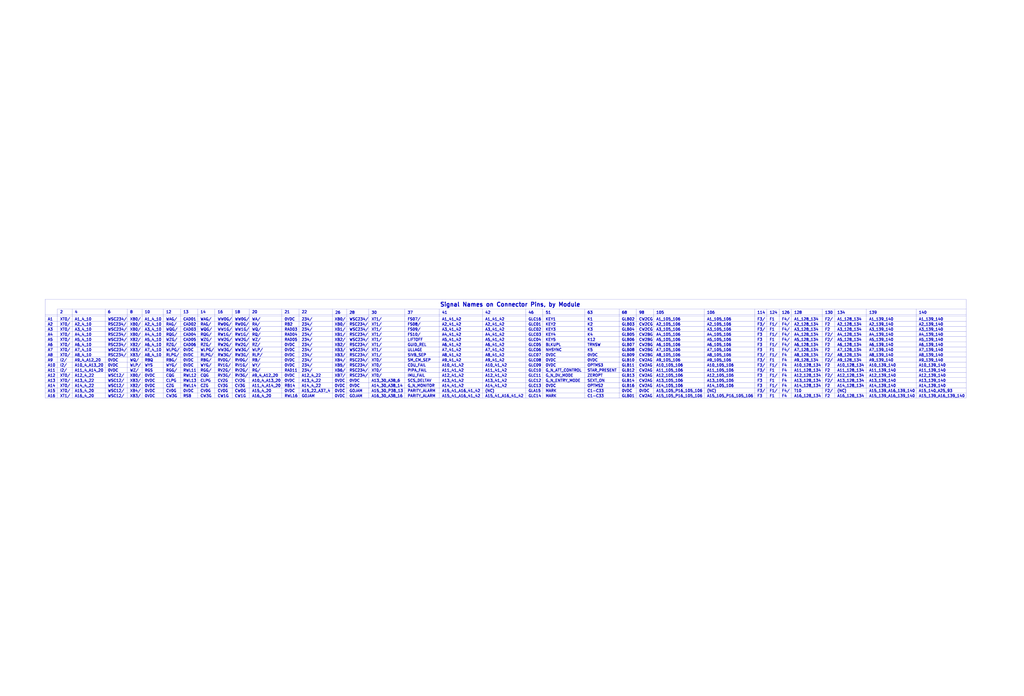
<source format=kicad_sch>
(kicad_sch (version 20211123) (generator eeschema)
  (paper "User" 1270 863.6)
  (title_block (title "BLOCK I LOGIC FLOW BIT, MODULES A1-A16, DRAWING 1006540") (date "2018-11-23") (rev "Draft") (comment 1 "Modules A1 A2 A3 A4 A5 A6 A7 A8 A9 A10 A11 A12 A13 A14 A15 A16"))
  (polyline (pts (xy 55.88 411.48) (xy 1198.245 411.48)) (stroke (width 0) (type solid)))
  (polyline (pts (xy 266.573 383.54) (xy 266.573 494.03)) (stroke (width 0) (type solid)))
  (polyline (pts (xy 789.178 383.54) (xy 789.178 494.03)) (stroke (width 0) (type solid)))
  (polyline (pts (xy 966.343 383.54) (xy 966.343 494.03)) (stroke (width 0) (type solid)))
  (polyline (pts (xy 55.88 424.18) (xy 1198.245 424.18)) (stroke (width 0) (type solid)))
  (polyline (pts (xy 598.424 383.54) (xy 598.424 494.03)) (stroke (width 0) (type solid)))
  (polyline (pts (xy 245.237 383.54) (xy 245.237 494.03)) (stroke (width 0) (type solid)))
  (polyline (pts (xy 55.88 443.23) (xy 1198.245 443.23)) (stroke (width 0) (type solid)))
  (polyline (pts (xy 544.83 383.54) (xy 544.83 494.03)) (stroke (width 0) (type solid)))
  (polyline (pts (xy 55.88 430.53) (xy 1198.245 430.53)) (stroke (width 0) (type solid)))
  (polyline (pts (xy 55.88 417.83) (xy 1198.245 417.83)) (stroke (width 0) (type solid)))
  (polyline (pts (xy 309.245 383.54) (xy 309.245 494.03)) (stroke (width 0) (type solid)))
  (polyline (pts (xy 176.149 383.54) (xy 176.149 494.03)) (stroke (width 0) (type solid)))
  (polyline (pts (xy 89.408 383.54) (xy 89.408 494.03)) (stroke (width 0) (type solid)))
  (polyline (pts (xy 55.88 474.98) (xy 1198.245 474.98)) (stroke (width 0) (type solid)))
  (polyline (pts (xy 55.88 487.68) (xy 1198.245 487.68)) (stroke (width 0) (type solid)))
  (polyline (pts (xy 1198.245 371.475) (xy 55.88 371.475)) (stroke (width 0) (type solid)))
  (polyline (pts (xy 370.84 383.54) (xy 370.84 494.03)) (stroke (width 0) (type solid)))
  (polyline (pts (xy 430.022 383.54) (xy 430.022 494.03)) (stroke (width 0) (type solid)))
  (polyline (pts (xy 1198.245 494.03) (xy 1198.245 371.475)) (stroke (width 0) (type solid)))
  (polyline (pts (xy 1136.269 383.54) (xy 1136.269 494.03)) (stroke (width 0) (type solid)))
  (polyline (pts (xy 55.88 392.43) (xy 1198.245 392.43)) (stroke (width 0) (type solid)))
  (polyline (pts (xy 55.88 481.33) (xy 1198.245 481.33)) (stroke (width 0) (type solid)))
  (polyline (pts (xy 502.158 383.54) (xy 502.158 494.03)) (stroke (width 0) (type solid)))
  (polyline (pts (xy 55.88 371.475) (xy 55.88 494.03)) (stroke (width 0) (type solid)))
  (polyline (pts (xy 935.863 383.54) (xy 935.863 494.03)) (stroke (width 0) (type solid)))
  (polyline (pts (xy 55.88 462.28) (xy 1198.245 462.28)) (stroke (width 0) (type solid)))
  (polyline (pts (xy 55.88 398.78) (xy 1198.245 398.78)) (stroke (width 0) (type solid)))
  (polyline (pts (xy 725.17 383.54) (xy 725.17 494.03)) (stroke (width 0) (type solid)))
  (polyline (pts (xy 71.12 383.54) (xy 1198.245 383.54)) (stroke (width 0) (type solid)))
  (polyline (pts (xy 767.842 383.54) (xy 767.842 494.03)) (stroke (width 0) (type solid)))
  (polyline (pts (xy 951.103 383.54) (xy 951.103 494.03)) (stroke (width 0) (type solid)))
  (polyline (pts (xy 55.88 494.03) (xy 1198.245 494.03)) (stroke (width 0) (type solid)))
  (polyline (pts (xy 223.901 383.54) (xy 223.901 494.03)) (stroke (width 0) (type solid)))
  (polyline (pts (xy 55.88 449.58) (xy 1198.245 449.58)) (stroke (width 0) (type solid)))
  (polyline (pts (xy 1074.547 383.54) (xy 1074.547 494.03)) (stroke (width 0) (type solid)))
  (polyline (pts (xy 55.88 390.525) (xy 1198.245 390.525)) (stroke (width 0) (type solid)))
  (polyline (pts (xy 287.909 383.54) (xy 287.909 494.03)) (stroke (width 0) (type solid)))
  (polyline (pts (xy 873.506 383.54) (xy 873.506 494.03)) (stroke (width 0) (type solid)))
  (polyline (pts (xy 55.88 468.63) (xy 1198.245 468.63)) (stroke (width 0) (type solid)))
  (polyline (pts (xy 55.88 455.93) (xy 1198.245 455.93)) (stroke (width 0) (type solid)))
  (polyline (pts (xy 157.861 383.54) (xy 157.861 494.03)) (stroke (width 0) (type solid)))
  (polyline (pts (xy 673.354 383.54) (xy 673.354 494.03)) (stroke (width 0) (type solid)))
  (polyline (pts (xy 1019.81 383.54) (xy 1019.81 494.03)) (stroke (width 0) (type solid)))
  (polyline (pts (xy 981.583 383.54) (xy 981.583 494.03)) (stroke (width 0) (type solid)))
  (polyline (pts (xy 71.12 383.54) (xy 71.12 494.03)) (stroke (width 0) (type solid)))
  (polyline (pts (xy 412.369 383.54) (xy 412.369 494.665)) (stroke (width 0) (type solid)))
  (polyline (pts (xy 1035.05 383.54) (xy 1035.05 494.03)) (stroke (width 0) (type solid)))
  (polyline (pts (xy 810.514 383.54) (xy 810.514 494.03)) (stroke (width 0) (type solid)))
  (polyline (pts (xy 130.429 383.54) (xy 130.429 494.03)) (stroke (width 0) (type solid)))
  (polyline (pts (xy 55.88 436.88) (xy 1198.245 436.88)) (stroke (width 0) (type solid)))
  (polyline (pts (xy 55.88 405.13) (xy 1198.245 405.13)) (stroke (width 0) (type solid)))
  (polyline (pts (xy 349.504 383.54) (xy 349.504 494.03)) (stroke (width 0) (type solid)))
  (polyline (pts (xy 202.565 383.54) (xy 202.565 494.03)) (stroke (width 0) (type solid)))
  (polyline (pts (xy 652.018 383.54) (xy 652.018 494.03)) (stroke (width 0) (type solid)))
  (polyline (pts (xy 457.454 383.54) (xy 457.454 494.03)) (stroke (width 0) (type solid)))
  (text "A6_128_134" (at 984.631 429.895 0) (effects (font (size 3.302 3.302) (thickness 0.6604) bold) (justify left bottom)))
  (text "CW2AG" (at 792.226 461.645 0) (effects (font (size 3.302 3.302) (thickness 0.6604) bold) (justify left bottom)))
  (text "XB0/" (at 414.782 404.495 0) (effects (font (size 3.302 3.302) (thickness 0.6604) bold) (justify left bottom)))
  (text "A14_30_A38_14" (at 460.502 480.695 0) (effects (font (size 3.302 3.302) (thickness 0.6604) bold) (justify left bottom)))
  (text "RSC234/" (at 433.07 455.295 0) (effects (font (size 3.302 3.302) (thickness 0.6604) bold) (justify left bottom)))
  (text "A7_105_106" (at 876.554 436.245 0) (effects (font (size 3.302 3.302) (thickness 0.6604) bold) (justify left bottom)))
  (text "XT0/" (at 74.168 429.895 0) (effects (font (size 3.302 3.302) (thickness 0.6604) bold) (justify left bottom)))
  (text "XT0/" (at 460.502 455.295 0) (effects (font (size 3.302 3.302) (thickness 0.6604) bold) (justify left bottom)))
  (text "CW1G" (at 290.957 493.395 0) (effects (font (size 3.302 3.302) (thickness 0.6604) bold) (justify left bottom)))
  (text "234/" (at 373.888 429.895 0) (effects (font (size 3.302 3.302) (thickness 0.6604) bold) (justify left bottom)))
  (text "GLB01" (at 770.89 493.395 0) (effects (font (size 3.302 3.302) (thickness 0.6604) bold) (justify left bottom)))
  (text "WSC12/" (at 133.477 493.395 0) (effects (font (size 3.302 3.302) (thickness 0.6604) bold) (justify left bottom)))
  (text "F2/" (at 1022.858 474.345 0) (effects (font (size 3.302 3.302) (thickness 0.6604) bold) (justify left bottom)))
  (text "GLC01" (at 655.066 404.495 0) (effects (font (size 3.302 3.302) (thickness 0.6604) bold) (justify left bottom)))
  (text "2" (at 74.168 389.255 0) (effects (font (size 3.302 3.302) (thickness 0.6604) bold) (justify left bottom)))
  (text "A7_41_42" (at 601.472 436.245 0) (effects (font (size 3.302 3.302) (thickness 0.6604) bold) (justify left bottom)))
  (text "RSC234/" (at 433.07 461.645 0) (effects (font (size 3.302 3.302) (thickness 0.6604) bold) (justify left bottom)))
  (text "A8_139_140" (at 1077.595 442.595 0) (effects (font (size 3.302 3.302) (thickness 0.6604) bold) (justify left bottom)))
  (text "F2" (at 1022.858 461.645 0) (effects (font (size 3.302 3.302) (thickness 0.6604) bold) (justify left bottom)))
  (text "0VDC" (at 352.552 398.145 0) (effects (font (size 3.302 3.302) (thickness 0.6604) bold) (justify left bottom)))
  (text "XT0/" (at 460.502 467.995 0) (effects (font (size 3.302 3.302) (thickness 0.6604) bold) (justify left bottom)))
  (text "WQG/" (at 205.613 410.845 0) (effects (font (size 3.302 3.302) (thickness 0.6604) bold) (justify left bottom)))
  (text "A13_30_A38_6" (at 460.502 474.345 0) (effects (font (size 3.302 3.302) (thickness 0.6604) bold) (justify left bottom)))
  (text "A12_105_106" (at 813.562 467.995 0) (effects (font (size 3.302 3.302) (thickness 0.6604) bold) (justify left bottom)))
  (text "A11_105_106" (at 813.562 461.645 0) (effects (font (size 3.302 3.302) (thickness 0.6604) bold) (justify left bottom)))
  (text "XB0/" (at 160.909 404.495 0) (effects (font (size 3.302 3.302) (thickness 0.6604) bold) (justify left bottom)))
  (text "A4_128_134" (at 984.631 417.195 0) (effects (font (size 3.302 3.302) (thickness 0.6604) bold) (justify left bottom)))
  (text "XT0/" (at 460.502 448.945 0) (effects (font (size 3.302 3.302) (thickness 0.6604) bold) (justify left bottom)))
  (text "CW2CG" (at 792.226 410.845 0) (effects (font (size 3.302 3.302) (thickness 0.6604) bold) (justify left bottom)))
  (text "FS08/" (at 505.206 404.495 0) (effects (font (size 3.302 3.302) (thickness 0.6604) bold) (justify left bottom)))
  (text "XB4/" (at 160.909 487.045 0) (effects (font (size 3.302 3.302) (thickness 0.6604) bold) (justify left bottom)))
  (text "GLC13" (at 655.066 480.695 0) (effects (font (size 3.302 3.302) (thickness 0.6604) bold) (justify left bottom)))
  (text "A11_139_140" (at 1077.595 461.645 0) (effects (font (size 3.302 3.302) (thickness 0.6604) bold) (justify left bottom)))
  (text "WA/" (at 312.293 398.145 0) (effects (font (size 3.302 3.302) (thickness 0.6604) bold) (justify left bottom)))
  (text "GOJAM" (at 433.07 493.395 0) (effects (font (size 3.302 3.302) (thickness 0.6604) bold) (justify left bottom)))
  (text "A6_128_134" (at 1038.098 429.895 0) (effects (font (size 3.302 3.302) (thickness 0.6604) bold) (justify left bottom)))
  (text "RLPG/" (at 205.613 442.595 0) (effects (font (size 3.302 3.302) (thickness 0.6604) bold) (justify left bottom)))
  (text "F3/" (at 938.911 404.495 0) (effects (font (size 3.302 3.302) (thickness 0.6604) bold) (justify left bottom)))
  (text "A7_128_134" (at 1038.098 436.245 0) (effects (font (size 3.302 3.302) (thickness 0.6604) bold) (justify left bottom)))
  (text "SIVB_SEP" (at 505.206 442.595 0) (effects (font (size 3.302 3.302) (thickness 0.6604) bold) (justify left bottom)))
  (text "WW0G/" (at 290.957 398.145 0) (effects (font (size 3.302 3.302) (thickness 0.6604) bold) (justify left bottom)))
  (text "A13_139_140" (at 1077.595 474.345 0) (effects (font (size 3.302 3.302) (thickness 0.6604) bold) (justify left bottom)))
  (text "0VDC" (at 179.197 487.045 0) (effects (font (size 3.302 3.302) (thickness 0.6604) bold) (justify left bottom)))
  (text "A12_105_106" (at 876.554 467.995 0) (effects (font (size 3.302 3.302) (thickness 0.6604) bold) (justify left bottom)))
  (text "RV1G/" (at 290.957 455.295 0) (effects (font (size 3.302 3.302) (thickness 0.6604) bold) (justify left bottom)))
  (text "46" (at 655.066 389.89 0) (effects (font (size 3.302 3.302) (thickness 0.6604) bold) (justify left bottom)))
  (text "XT0/" (at 74.168 436.245 0) (effects (font (size 3.302 3.302) (thickness 0.6604) bold) (justify left bottom)))
  (text "A5_128_134" (at 1038.098 423.545 0) (effects (font (size 3.302 3.302) (thickness 0.6604) bold) (justify left bottom)))
  (text "A15_105_P16_105_106" (at 813.562 487.045 0) (effects (font (size 3.302 3.302) (thickness 0.6604) bold) (justify left bottom)))
  (text "RSC234/" (at 433.07 442.595 0) (effects (font (size 3.302 3.302) (thickness 0.6604) bold) (justify left bottom)))
  (text "RQ/" (at 312.293 417.195 0) (effects (font (size 3.302 3.302) (thickness 0.6604) bold) (justify left bottom)))
  (text "XT0/" (at 74.168 423.545 0) (effects (font (size 3.302 3.302) (thickness 0.6604) bold) (justify left bottom)))
  (text "RWL11" (at 226.949 461.645 0) (effects (font (size 3.302 3.302) (thickness 0.6604) bold) (justify left bottom)))
  (text "WW1G/" (at 269.621 410.845 0) (effects (font (size 3.302 3.302) (thickness 0.6604) bold) (justify left bottom)))
  (text "F4/" (at 969.391 487.045 0) (effects (font (size 3.302 3.302) (thickness 0.6604) bold) (justify left bottom)))
  (text "F4" (at 969.391 474.345 0) (effects (font (size 3.302 3.302) (thickness 0.6604) bold) (justify left bottom)))
  (text "F3" (at 938.911 423.545 0) (effects (font (size 3.302 3.302) (thickness 0.6604) bold) (justify left bottom)))
  (text "XB6/" (at 414.782 461.645 0) (effects (font (size 3.302 3.302) (thickness 0.6604) bold) (justify left bottom)))
  (text "GLC14" (at 655.066 493.395 0) (effects (font (size 3.302 3.302) (thickness 0.6604) bold) (justify left bottom)))
  (text "RZ/" (at 312.293 429.895 0) (effects (font (size 3.302 3.302) (thickness 0.6604) bold) (justify left bottom)))
  (text "CW2CG" (at 792.226 404.495 0) (effects (font (size 3.302 3.302) (thickness 0.6604) bold) (justify left bottom)))
  (text "RB14" (at 352.552 480.695 0) (effects (font (size 3.302 3.302) (thickness 0.6604) bold) (justify left bottom)))
  (text "234/" (at 373.888 461.645 0) (effects (font (size 3.302 3.302) (thickness 0.6604) bold) (justify left bottom)))
  (text "0VDC" (at 414.782 480.695 0) (effects (font (size 3.302 3.302) (thickness 0.6604) bold) (justify left bottom)))
  (text "RSC234/" (at 433.07 417.195 0) (effects (font (size 3.302 3.302) (thickness 0.6604) bold) (justify left bottom)))
  (text "0VDC" (at 728.218 448.945 0) (effects (font (size 3.302 3.302) (thickness 0.6604) bold) (justify left bottom)))
  (text "0VDC" (at 352.552 455.295 0) (effects (font (size 3.302 3.302) (thickness 0.6604) bold) (justify left bottom)))
  (text "F1" (at 954.151 398.145 0) (effects (font (size 3.302 3.302) (thickness 0.6604) bold) (justify left bottom)))
  (text "XB1/" (at 414.782 410.845 0) (effects (font (size 3.302 3.302) (thickness 0.6604) bold) (justify left bottom)))
  (text "234/" (at 373.888 436.245 0) (effects (font (size 3.302 3.302) (thickness 0.6604) bold) (justify left bottom)))
  (text "A10_128_134" (at 984.631 455.295 0) (effects (font (size 3.302 3.302) (thickness 0.6604) bold) (justify left bottom)))
  (text "RW3G/" (at 290.957 442.595 0) (effects (font (size 3.302 3.302) (thickness 0.6604) bold) (justify left bottom)))
  (text "RV3G/" (at 269.621 467.995 0) (effects (font (size 3.302 3.302) (thickness 0.6604) bold) (justify left bottom)))
  (text "A12_41_42" (at 547.878 467.995 0) (effects (font (size 3.302 3.302) (thickness 0.6604) bold) (justify left bottom)))
  (text "A16_4_20" (at 312.293 493.395 0) (effects (font (size 3.302 3.302) (thickness 0.6604) bold) (justify left bottom)))
  (text "RSC234/" (at 133.477 442.595 0) (effects (font (size 3.302 3.302) (thickness 0.6604) bold) (justify left bottom)))
  (text "CW2CG" (at 792.226 398.145 0) (effects (font (size 3.302 3.302) (thickness 0.6604) bold) (justify left bottom)))
  (text "F2/" (at 1022.858 487.045 0) (effects (font (size 3.302 3.302) (thickness 0.6604) bold) (justify left bottom)))
  (text "XB2/" (at 414.782 423.545 0) (effects (font (size 3.302 3.302) (thickness 0.6604) bold) (justify left bottom)))
  (text "MARK" (at 676.402 493.395 0) (effects (font (size 3.302 3.302) (thickness 0.6604) bold) (justify left bottom)))
  (text "A3_139_140" (at 1139.317 410.845 0) (effects (font (size 3.302 3.302) (thickness 0.6604) bold) (justify left bottom)))
  (text "WLPG/" (at 205.613 436.245 0) (effects (font (size 3.302 3.302) (thickness 0.6604) bold) (justify left bottom)))
  (text "A1_41_42" (at 547.878 398.145 0) (effects (font (size 3.302 3.302) (thickness 0.6604) bold) (justify left bottom)))
  (text "CDU_FAIL" (at 505.206 455.295 0) (effects (font (size 3.302 3.302) (thickness 0.6604) bold) (justify left bottom)))
  (text "0VDC" (at 226.949 442.595 0) (effects (font (size 3.302 3.302) (thickness 0.6604) bold) (justify left bottom)))
  (text "WLP/" (at 312.293 436.245 0) (effects (font (size 3.302 3.302) (thickness 0.6604) bold) (justify left bottom)))
  (text "CAD04" (at 226.949 417.195 0) (effects (font (size 3.302 3.302) (thickness 0.6604) bold) (justify left bottom)))
  (text "A10_139_140" (at 1139.317 455.295 0) (effects (font (size 3.302 3.302) (thickness 0.6604) bold) (justify left bottom)))
  (text "K5" (at 728.218 436.245 0) (effects (font (size 3.302 3.302) (thickness 0.6604) bold) (justify left bottom)))
  (text "K4" (at 728.218 417.195 0) (effects (font (size 3.302 3.302) (thickness 0.6604) bold) (justify left bottom)))
  (text "A15_105_P16_105_106" (at 876.554 493.395 0) (effects (font (size 3.302 3.302) (thickness 0.6604) bold) (justify left bottom)))
  (text "CAD03" (at 226.949 410.845 0) (effects (font (size 3.302 3.302) (thickness 0.6604) bold) (justify left bottom)))
  (text "F2" (at 1022.858 480.695 0) (effects (font (size 3.302 3.302) (thickness 0.6604) bold) (justify left bottom)))
  (text "XT0/" (at 74.168 410.845 0) (effects (font (size 3.302 3.302) (thickness 0.6604) bold) (justify left bottom)))
  (text "SEXT_ON" (at 728.218 474.345 0) (effects (font (size 3.302 3.302) (thickness 0.6604) bold) (justify left bottom)))
  (text "F2" (at 1022.858 455.295 0) (effects (font (size 3.302 3.302) (thickness 0.6604) bold) (justify left bottom)))
  (text "GLB08" (at 770.89 436.245 0) (effects (font (size 3.302 3.302) (thickness 0.6604) bold) (justify left bottom)))
  (text "A1_128_134" (at 1038.098 398.145 0) (effects (font (size 3.302 3.302) (thickness 0.6604) bold) (justify left bottom)))
  (text "KEY3" (at 676.402 410.845 0) (effects (font (size 3.302 3.302) (thickness 0.6604) bold) (justify left bottom)))
  (text "MARK" (at 676.402 487.045 0) (effects (font (size 3.302 3.302) (thickness 0.6604) bold) (justify left bottom)))
  (text "234/" (at 373.888 423.545 0) (effects (font (size 3.302 3.302) (thickness 0.6604) bold) (justify left bottom)))
  (text "234/" (at 373.888 410.845 0) (effects (font (size 3.302 3.302) (thickness 0.6604) bold) (justify left bottom)))
  (text "KEY1" (at 676.402 398.145 0) (effects (font (size 3.302 3.302) (thickness 0.6604) bold) (justify left bottom)))
  (text "A12_128_134" (at 984.631 467.995 0) (effects (font (size 3.302 3.302) (thickness 0.6604) bold) (justify left bottom)))
  (text "CV3G" (at 290.957 480.695 0) (effects (font (size 3.302 3.302) (thickness 0.6604) bold) (justify left bottom)))
  (text "63" (at 728.218 389.89 0) (effects (font (size 3.302 3.302) (thickness 0.6604) bold) (justify left bottom)))
  (text "0VDC" (at 414.782 487.045 0) (effects (font (size 3.302 3.302) (thickness 0.6604) bold) (justify left bottom)))
  (text "68" (at 770.89 389.89 0) (effects (font (size 3.302 3.302) (thickness 0.6604) bold) (justify left bottom)))
  (text "A5_128_134" (at 984.631 423.545 0) (effects (font (size 3.302 3.302) (thickness 0.6604) bold) (justify left bottom)))
  (text "A15_139_A16_139_140" (at 1077.595 487.045 0) (effects (font (size 3.302 3.302) (thickness 0.6604) bold) (justify left bottom)))
  (text "A3_139_140" (at 1077.595 410.845 0) (effects (font (size 3.302 3.302) (thickness 0.6604) bold) (justify left bottom)))
  (text "A15_41_A16_41_42" (at 547.878 487.045 0) (effects (font (size 3.302 3.302) (thickness 0.6604) bold) (justify left bottom)))
  (text "F3" (at 938.911 480.695 0) (effects (font (size 3.302 3.302) (thickness 0.6604) bold) (justify left bottom)))
  (text "K1" (at 728.218 398.145 0) (effects (font (size 3.302 3.302) (thickness 0.6604) bold) (justify left bottom)))
  (text "A9_128_134" (at 1038.098 448.945 0) (effects (font (size 3.302 3.302) (thickness 0.6604) bold) (justify left bottom)))
  (text "XT0/" (at 74.168 398.145 0) (effects (font (size 3.302 3.302) (thickness 0.6604) bold) (justify left bottom)))
  (text "A9_139_140" (at 1077.595 448.945 0) (effects (font (size 3.302 3.302) (thickness 0.6604) bold) (justify left bottom)))
  (text "F2/" (at 1022.858 423.545 0) (effects (font (size 3.302 3.302) (thickness 0.6604) bold) (justify left bottom)))
  (text "A2_105_106" (at 813.562 404.495 0) (effects (font (size 3.302 3.302) (thickness 0.6604) bold) (justify left bottom)))
  (text "GLB12" (at 770.89 461.645 0) (effects (font (size 3.302 3.302) (thickness 0.6604) bold) (justify left bottom)))
  (text "F1" (at 954.151 474.345 0) (effects (font (size 3.302 3.302) (thickness 0.6604) bold) (justify left bottom)))
  (text "0VDC" (at 352.552 474.345 0) (effects (font (size 3.302 3.302) (thickness 0.6604) bold) (justify left bottom)))
  (text "WY/" (at 312.293 455.295 0) (effects (font (size 3.302 3.302) (thickness 0.6604) bold) (justify left bottom)))
  (text "A11_128_134" (at 984.631 461.645 0) (effects (font (size 3.302 3.302) (thickness 0.6604) bold) (justify left bottom)))
  (text "F4/" (at 969.391 429.895 0) (effects (font (size 3.302 3.302) (thickness 0.6604) bold) (justify left bottom)))
  (text "A9_139_140" (at 1139.317 448.945 0) (effects (font (size 3.302 3.302) (thickness 0.6604) bold) (justify left bottom)))
  (text "FS07/" (at 505.206 398.145 0) (effects (font (size 3.302 3.302) (thickness 0.6604) bold) (justify left bottom)))
  (text "F3" (at 938.911 467.995 0) (effects (font (size 3.302 3.302) (thickness 0.6604) bold) (justify left bottom)))
  (text "A1_139_140" (at 1077.595 398.145 0) (effects (font (size 3.302 3.302) (thickness 0.6604) bold) (justify left bottom)))
  (text "A15_41_A16_41_42" (at 601.472 493.395 0) (effects (font (size 3.302 3.302) (thickness 0.6604) bold) (justify left bottom)))
  (text "RB/" (at 312.293 448.945 0) (effects (font (size 3.302 3.302) (thickness 0.6604) bold) (justify left bottom)))
  (text "WW2G/" (at 269.621 423.545 0) (effects (font (size 3.302 3.302) (thickness 0.6604) bold) (justify left bottom)))
  (text "A5_139_140" (at 1139.317 423.545 0) (effects (font (size 3.302 3.302) (thickness 0.6604) bold) (justify left bottom)))
  (text "28" (at 433.07 389.89 0) (effects (font (size 3.302 3.302) (thickness 0.6604) bold) (justify left bottom)))
  (text "RV3G/" (at 290.957 467.995 0) (effects (font (size 3.302 3.302) (thickness 0.6604) bold) (justify left bottom)))
  (text "RW3G/" (at 269.621 442.595 0) (effects (font (size 3.302 3.302) (thickness 0.6604) bold) (justify left bottom)))
  (text "A10_105_106" (at 876.554 455.295 0) (effects (font (size 3.302 3.302) (thickness 0.6604) bold) (justify left bottom)))
  (text "F4" (at 969.391 461.645 0) (effects (font (size 3.302 3.302) (thickness 0.6604) bold) (justify left bottom)))
  (text "RLPG/" (at 248.285 442.595 0) (effects (font (size 3.302 3.302) (thickness 0.6604) bold) (justify left bottom)))
  (text "XB2/" (at 414.782 429.895 0) (effects (font (size 3.302 3.302) (thickness 0.6604) bold) (justify left bottom)))
  (text "A6_41_42" (at 601.472 429.895 0) (effects (font (size 3.302 3.302) (thickness 0.6604) bold) (justify left bottom)))
  (text "F4/" (at 969.391 410.845 0) (effects (font (size 3.302 3.302) (thickness 0.6604) bold) (justify left bottom)))
  (text "RB2" (at 352.552 404.495 0) (effects (font (size 3.302 3.302) (thickness 0.6604) bold) (justify left bottom)))
  (text "F3/" (at 938.911 398.145 0) (effects (font (size 3.302 3.302) (thickness 0.6604) bold) (justify left bottom)))
  (text "0VDC" (at 226.949 487.045 0) (effects (font (size 3.302 3.302) (thickness 0.6604) bold) (justify left bottom)))
  (text "WSC12/" (at 133.477 480.695 0) (effects (font (size 3.302 3.302) (thickness 0.6604) bold) (justify left bottom)))
  (text "A15_4_20" (at 312.293 487.045 0) (effects (font (size 3.302 3.302) (thickness 0.6604) bold) (justify left bottom)))
  (text "26" (at 415.417 389.89 0) (effects (font (size 3.302 3.302) (thickness 0.6604) bold) (justify left bottom)))
  (text "F3" (at 938.911 493.395 0) (effects (font (size 3.302 3.302) (thickness 0.6604) bold) (justify left bottom)))
  (text "XB3/" (at 160.909 436.245 0) (effects (font (size 3.302 3.302) (thickness 0.6604) bold) (justify left bottom)))
  (text "30" (at 460.502 389.89 0) (effects (font (size 3.302 3.302) (thickness 0.6604) bold) (justify left bottom)))
  (text "XB1/" (at 414.782 417.195 0) (effects (font (size 3.302 3.302) (thickness 0.6604) bold) (justify left bottom)))
  (text "RA/" (at 312.293 404.495 0) (effects (font (size 3.302 3.302) (thickness 0.6604) bold) (justify left bottom)))
  (text "A9_105_106" (at 813.562 448.945 0) (effects (font (size 3.302 3.302) (thickness 0.6604) bold) (justify left bottom)))
  (text "GLB05" (at 770.89 417.195 0) (effects (font (size 3.302 3.302) (thickness 0.6604) bold) (justify left bottom)))
  (text "A5_41_42" (at 547.878 423.545 0) (effects (font (size 3.302 3.302) (thickness 0.6604) bold) (justify left bottom)))
  (text "12" (at 205.613 389.255 0) (effects (font (size 3.302 3.302) (thickness 0.6604) bold) (justify left bottom)))
  (text "A12_4_22" (at 92.456 467.995 0) (effects (font (size 3.302 3.302) (thickness 0.6604) bold) (justify left bottom)))
  (text "WQ/" (at 312.293 410.845 0) (effects (font (size 3.302 3.302) (thickness 0.6604) bold) (justify left bottom)))
  (text "128" (at 984.631 389.89 0) (effects (font (size 3.302 3.302) (thickness 0.6604) bold) (justify left bottom)))
  (text "CW2AG" (at 792.226 474.345 0) (effects (font (size 3.302 3.302) (thickness 0.6604) bold) (justify left bottom)))
  (text "CAD01" (at 226.949 398.145 0) (effects (font (size 3.302 3.302) (thickness 0.6604) bold) (justify left bottom)))
  (text "WSC12/" (at 133.477 487.045 0) (effects (font (size 3.302 3.302) (thickness 0.6604) bold) (justify left bottom)))
  (text "A13_128_134" (at 984.631 474.345 0) (effects (font (size 3.302 3.302) (thickness 0.6604) bold) (justify left bottom)))
  (text "WW2G/" (at 290.957 423.545 0) (effects (font (size 3.302 3.302) (thickness 0.6604) bold) (justify left bottom)))
  (text "GLC08" (at 655.066 448.945 0) (effects (font (size 3.302 3.302) (thickness 0.6604) bold) (justify left bottom)))
  (text "A7_4_10" (at 179.197 436.245 0) (effects (font (size 3.302 3.302) (thickness 0.6604) bold) (justify left bottom)))
  (text "A11_41_42" (at 601.472 461.645 0) (effects (font (size 3.302 3.302) (thickness 0.6604) bold) (justify left bottom)))
  (text "A4_139_140" (at 1139.317 417.195 0) (effects (font (size 3.302 3.302) (thickness 0.6604) bold) (justify left bottom)))
  (text "(NC)" (at 876.554 487.045 0) (effects (font (size 3.302 3.302) (thickness 0.6604) bold) (justify left bottom)))
  (text "XT1/" (at 74.168 493.395 0) (effects (font (size 3.302 3.302) (thickness 0.6604) bold) (justify left bottom)))
  (text "A14_41_42" (at 547.878 480.695 0) (effects (font (size 3.302 3.302) (thickness 0.6604) bold) (justify left bottom)))
  (text "F1/" (at 954.151 404.495 0) (effects (font (size 3.302 3.302) (thickness 0.6604) bold) (justify left bottom)))
  (text "51" (at 676.402 389.89 0) (effects (font (size 3.302 3.302) (thickness 0.6604) bold) (justify left bottom)))
  (text "F4/" (at 969.391 436.245 0) (effects (font (size 3.302 3.302) (thickness 0.6604) bold) (justify left bottom)))
  (text "A10_4_A13_20" (at 312.293 474.345 0) (effects (font (size 3.302 3.302) (thickness 0.6604) bold) (justify left bottom)))
  (text "0VDC" (at 226.949 455.295 0) (effects (font (size 3.302 3.302) (thickness 0.6604) bold) (justify left bottom)))
  (text "RAD03" (at 352.552 410.845 0) (effects (font (size 3.302 3.302) (thickness 0.6604) bold) (justify left bottom)))
  (text "RAD11" (at 352.552 461.645 0) (effects (font (size 3.302 3.302) (thickness 0.6604) bold) (justify left bottom)))
  (text "XB0/" (at 160.909 467.995 0) (effects (font (size 3.302 3.302) (thickness 0.6604) bold) (justify left bottom)))
  (text "CAD06" (at 226.949 429.895 0) (effects (font (size 3.302 3.302) (thickness 0.6604) bold) (justify left bottom)))
  (text "K2" (at 728.218 404.495 0) (effects (font (size 3.302 3.302) (thickness 0.6604) bold) (justify left bottom)))
  (text "GLC04" (at 655.066 423.545 0) (effects (font (size 3.302 3.302) (thickness 0.6604) bold) (justify left bottom)))
  (text "F4/" (at 969.391 423.545 0) (effects (font (size 3.302 3.302) (thickness 0.6604) bold) (justify left bottom)))
  (text "RSB" (at 226.949 493.395 0) (effects (font (size 3.302 3.302) (thickness 0.6604) bold) (justify left bottom)))
  (text "NHSYNC" (at 676.402 436.245 0) (effects (font (size 3.302 3.302) (thickness 0.6604) bold) (justify left bottom)))
  (text "(NC)" (at 1038.098 487.045 0) (effects (font (size 3.302 3.302) (thickness 0.6604) bold) (justify left bottom)))
  (text "A16_4_20" (at 92.456 493.395 0) (effects (font (size 3.302 3.302) (thickness 0.6604) bold) (justify left bottom)))
  (text "A13_41_42" (at 547.878 474.345 0) (effects (font (size 3.302 3.302) (thickness 0.6604) bold) (justify left bottom)))
  (text "A14_105_106" (at 813.562 480.695 0) (effects (font (size 3.302 3.302) (thickness 0.6604) bold) (justify left bottom)))
  (text "A7_128_134" (at 984.631 436.245 0) (effects (font (size 3.302 3.302) (thickness 0.6604) bold) (justify left bottom)))
  (text "A10_4_A13_20" (at 92.456 455.295 0) (effects (font (size 3.302 3.302) (thickness 0.6604) bold) (justify left bottom)))
  (text "126" (at 969.391 389.89 0) (effects (font (size 3.302 3.302) (thickness 0.6604) bold) (justify left bottom)))
  (text "FS10/" (at 505.206 417.195 0) (effects (font (size 3.302 3.302) (thickness 0.6604) bold) (justify left bottom)))
  (text "F1" (at 954.151 423.545 0) (effects (font (size 3.302 3.302) (thickness 0.6604) bold) (justify left bottom)))
  (text "(NC)" (at 601.472 487.045 0) (effects (font (size 3.302 3.302) (thickness 0.6604) bold) (justify left bottom)))
  (text "A5_4_10" (at 92.456 423.545 0) (effects (font (size 3.302 3.302) (thickness 0.6604) bold) (justify left bottom)))
  (text "WW1G/" (at 290.957 410.845 0) (effects (font (size 3.302 3.302) (thickness 0.6604) bold) (justify left bottom)))
  (text "A2_128_134" (at 1038.098 404.495 0) (effects (font (size 3.302 3.302) (thickness 0.6604) bold) (justify left bottom)))
  (text "F1/" (at 954.151 455.295 0) (effects (font (size 3.302 3.302) (thickness 0.6604) bold) (justify left bottom)))
  (text "F3" (at 938.911 474.345 0) (effects (font (size 3.302 3.302) (thickness 0.6604) bold) (justify left bottom)))
  (text "A2" (at 58.928 404.495 0) (effects (font (size 3.302 3.302) (thickness 0.6604) bold) (justify left bottom)))
  (text "GLC16" (at 655.066 398.145 0) (effects (font (size 3.302 3.302) (thickness 0.6604) bold) (justify left bottom)))
  (text "A11_4_A14_20" (at 92.456 461.645 0) (effects (font (size 3.302 3.302) (thickness 0.6604) bold) (justify left bottom)))
  (text "A13_139_140" (at 1139.317 474.345 0) (effects (font (size 3.302 3.302) (thickness 0.6604) bold) (justify left bottom)))
  (text "A14_128_134" (at 984.631 480.695 0) (effects (font (size 3.302 3.302) (thickness 0.6604) bold) (justify left bottom)))
  (text "GLB06" (at 770.89 423.545 0) (effects (font (size 3.302 3.302) (thickness 0.6604) bold) (justify left bottom)))
  (text "0VDC" (at 433.07 480.695 0) (effects (font (size 3.302 3.302) (thickness 0.6604) bold) (justify left bottom)))
  (text "WSC12/" (at 133.477 474.345 0) (effects (font (size 3.302 3.302) (thickness 0.6604) bold) (justify left bottom)))
  (text "0VDC" (at 352.552 429.895 0) (effects (font (size 3.302 3.302) (thickness 0.6604) bold) (justify left bottom)))
  (text "T10" (at 984.631 487.045 0) (effects (font (size 3.302 3.302) (thickness 0.6604) bold) (justify left bottom)))
  (text "21" (at 352.552 389.255 0) (effects (font (size 3.302 3.302) (thickness 0.6604) bold) (justify left bottom)))
  (text "G_N_DV_MODE" (at 676.402 467.995 0) (effects (font (size 3.302 3.302) (thickness 0.6604) bold) (justify left bottom)))
  (text "A3_128_134" (at 984.631 410.845 0) (effects (font (size 3.302 3.302) (thickness 0.6604) bold) (justify left bottom)))
  (text "WSC234/" (at 433.07 398.145 0) (effects (font (size 3.302 3.302) (thickness 0.6604) bold) (justify left bottom)))
  (text "A7_41_42" (at 547.878 436.245 0) (effects (font (size 3.302 3.302) (thickness 0.6604) bold) (justify left bottom)))
  (text "A14_139_140" (at 1139.317 480.695 0) (effects (font (size 3.302 3.302) (thickness 0.6604) bold) (justify left bottom)))
  (text "F1" (at 954.151 461.645 0) (effects (font (size 3.302 3.302) (thickness 0.6604) bold) (justify left bottom)))
  (text "A1_128_134" (at 984.631 398.145 0) (effects (font (size 3.302 3.302) (thickness 0.6604) bold) (justify left bottom)))
  (text "234/" (at 373.888 455.295 0) (effects (font (size 3.302 3.302) (thickness 0.6604) bold) (justify left bottom)))
  (text "F1/" (at 954.151 442.595 0) (effects (font (size 3.302 3.302) (thickness 0.6604) bold) (justify left bottom)))
  (text "G_N_ENTRY_MODE" (at 676.402 474.345 0) (effects (font (size 3.302 3.302) (thickness 0.6604) bold) (justify left bottom)))
  (text "Signal Names on Connector Pins, by Module" (at 720.09 381 180) (effects (font (size 5.08 5.08) (thickness 1.016) bold) (justify right bottom)))
  (text "A2_41_42" (at 601.472 404.495 0) (effects (font (size 3.302 3.302) (thickness 0.6604) bold) (justify left bottom)))
  (text "A1_105_106" (at 813.562 398.145 0) (effects (font (size 3.302 3.302) (thickness 0.6604) bold) (justify left bottom)))
  (text "0VDC" (at 676.402 448.945 0) (effects (font (size 3.302 3.302) (thickness 0.6604) bold) (justify left bottom)))
  (text "F2/" (at 1022.858 448.945 0) (effects (font (size 3.302 3.302) (thickness 0.6604) bold) (justify left bottom)))
  (text "A14_4_22" (at 373.888 480.695 0) (effects (font (size 3.302 3.302) (thickness 0.6604) bold) (justify left bottom)))
  (text "0VDC" (at 770.89 487.045 0) (effects (font (size 3.302 3.302) (thickness 0.6604) bold) (justify left bottom)))
  (text "WAG/" (at 205.613 398.145 0) (effects (font (size 3.302 3.302) (thickness 0.6604) bold) (justify left bottom)))
  (text "4" (at 92.456 389.255 0) (effects (font (size 3.302 3.302) (thickness 0.6604) bold) (justify left bottom)))
  (text "CV3G" (at 269.621 480.695 0) (effects (font (size 3.302 3.302) (thickness 0.6604) bold) (justify left bottom)))
  (text "WYG/" (at 248.285 455.295 0) (effects (font (size 3.302 3.302) (thickness 0.6604) bold) (justify left bottom)))
  (text "0VDC" (at 414.782 493.395 0) (effects (font (size 3.302 3.302) (thickness 0.6604) bold) (justify left bottom)))
  (text "WLP/" (at 160.909 455.295 0) (effects (font (size 3.302 3.302) (thickness 0.6604) bold) (justify left bottom)))
  (text "A6_105_106" (at 876.554 429.895 0) (effects (font (size 3.302 3.302) (thickness 0.6604) bold) (justify left bottom)))
  (text "CAD02" (at 226.949 404.495 0) (effects (font (size 3.302 3.302) (thickness 0.6604) bold) (justify left bottom)))
  (text "A5_41_42" (at 601.472 423.545 0) (effects (font (size 3.302 3.302) (thickness 0.6604) bold) (justify left bottom)))
  (text "A4_41_42" (at 547.878 417.195 0) (effects (font (size 3.302 3.302) (thickness 0.6604) bold) (justify left bottom)))
  (text "0VDC" (at 352.552 467.995 0) (effects (font (size 3.302 3.302) (thickness 0.6604) bold) (justify left bottom)))
  (text "A8_128_134" (at 1038.098 442.595 0) (effects (font (size 3.302 3.302) (thickness 0.6604) bold) (justify left bottom)))
  (text "RSC234/" (at 433.07 429.895 0) (effects (font (size 3.302 3.302) (thickness 0.6604) bold) (justify left bottom)))
  (text "A10_41_42" (at 601.472 455.295 0) (effects (font (size 3.302 3.302) (thickness 0.6604) bold) (justify left bottom)))
  (text "0VDC" (at 179.197 474.345 0) (effects (font (size 3.302 3.302) (thickness 0.6604) bold) (justify left bottom)))
  (text "GLB03" (at 770.89 404.495 0) (effects (font (size 3.302 3.302) (thickness 0.6604) bold) (justify left bottom)))
  (text "XB3/" (at 160.909 442.595 0) (effects (font (size 3.302 3.302) (thickness 0.6604) bold) (justify left bottom)))
  (text "124" (at 954.151 389.89 0) (effects (font (size 3.302 3.302) (thickness 0.6604) bold) (justify left bottom)))
  (text "GLB09" (at 770.89 442.595 0) (effects (font (size 3.302 3.302) (thickness 0.6604) bold) (justify left bottom)))
  (text "XB3/" (at 160.909 493.395 0) (effects (font (size 3.302 3.302) (thickness 0.6604) bold) (justify left bottom)))
  (text "G_N_MONITOR" (at 505.206 480.695 0) (effects (font (size 3.302 3.302) (thickness 0.6604) bold) (justify left bottom)))
  (text "RAG/" (at 205.613 404.495 0) (effects (font (size 3.302 3.302) (thickness 0.6604) bold) (justify left bottom)))
  (text "RSC234/" (at 433.07 404.495 0) (effects (font (size 3.302 3.302) (thickness 0.6604) bold) (justify left bottom)))
  (text "A3_4_10" (at 179.197 410.845 0) (effects (font (size 3.302 3.302) (thickness 0.6604) bold) (justify left bottom)))
  (text "KEY5" (at 676.402 423.545 0) (effects (font (size 3.302 3.302) (thickness 0.6604) bold) (justify left bottom)))
  (text "0VDC" (at 226.949 436.245 0) (effects (font (size 3.302 3.302) (thickness 0.6604) bold) (justify left bottom)))
  (text "F2/" (at 1022.858 398.145 0) (effects (font (size 3.302 3.302) (thickness 0.6604) bold) (justify left bottom)))
  (text "GOJAM" (at 373.888 493.395 0) (effects (font (size 3.302 3.302) (thickness 0.6604) bold) (justify left bottom)))
  (text "F1/" (at 954.151 480.695 0) (effects (font (size 3.302 3.302) (thickness 0.6604) bold) (justify left bottom)))
  (text "A12" (at 58.928 467.995 0) (effects (font (size 3.302 3.302) (thickness 0.6604) bold) (justify left bottom)))
  (text "A13_41_42" (at 601.472 474.345 0) (effects (font (size 3.302 3.302) (thickness 0.6604) bold) (justify left bottom)))
  (text "A15_41_A16_41_42" (at 547.878 493.395 0) (effects (font (size 3.302 3.302) (thickness 0.6604) bold) (justify left bottom)))
  (text "CW0G" (at 290.957 487.045 0) (effects (font (size 3.302 3.302) (thickness 0.6604) bold) (justify left bottom)))
  (text "A13" (at 58.928 474.345 0) (effects (font (size 3.302 3.302) (thickness 0.6604) bold) (justify left bottom)))
  (text "A4_41_42" (at 601.472 417.195 0) (effects (font (size 3.302 3.302) (thickness 0.6604) bold) (justify left bottom)))
  (text "KEY4" (at 676.402 417.195 0) (effects (font (size 3.302 3.302) (thickness 0.6604) bold) (justify left bottom)))
  (text "WQ/" (at 160.909 448.945 0) (effects (font (size 3.302 3.302) (thickness 0.6604) bold) (justify left bottom)))
  (text "114" (at 938.911 389.89 0) (effects (font (size 3.302 3.302) (thickness 0.6604) bold) (justify left bottom)))
  (text "0VDC" (at 676.402 480.695 0) (effects (font (size 3.302 3.302) (thickness 0.6604) bold) (justify left bottom)))
  (text "F4/" (at 969.391 404.495 0) (effects (font (size 3.302 3.302) (thickness 0.6604) bold) (justify left bottom)))
  (text "RZG/" (at 248.285 429.895 0) (effects (font (size 3.302 3.302) (thickness 0.6604) bold) (justify left bottom)))
  (text "0VDC" (at 433.07 474.345 0) (effects (font (size 3.302 3.302) (thickness 0.6604) bold) (justify left bottom)))
  (text "A15_140_A25_93" (at 1139.19 487.045 0) (effects (font (size 3.302 3.302) (thickness 0.6604) bold) (justify left bottom)))
  (text "F3/" (at 938.911 487.045 0) (effects (font (size 3.302 3.302) (thickness 0.6604) bold) (justify left bottom)))
  (text "PARITY_ALARM" (at 505.206 493.395 0) (effects (font (size 3.302 3.302) (thickness 0.6604) bold) (justify left bottom)))
  (text "GLC03" (at 655.066 417.195 0) (effects (font (size 3.302 3.302) (thickness 0.6604) bold) (justify left bottom)))
  (text "CV0G" (at 269.621 487.045 0) (effects (font (size 3.302 3.302) (thickness 0.6604) bold) (justify left bottom)))
  (text "IMU_FAIL" (at 505.206 467.995 0) (effects (font (size 3.302 3.302) (thickness 0.6604) bold) (justify left bottom)))
  (text "RWL13" (at 226.949 474.345 0) (effects (font (size 3.302 3.302) (thickness 0.6604) bold) (justify left bottom)))
  (text "CW3G" (at 248.285 493.395 0) (effects (font (size 3.302 3.302) (thickness 0.6604) bold) (justify left bottom)))
  (text "A7" (at 58.928 436.245 0) (effects (font (size 3.302 3.302) (thickness 0.6604) bold) (justify left bottom)))
  (text "RW2G/" (at 269.621 429.895 0) (effects (font (size 3.302 3.302) (thickness 0.6604) bold) (justify left bottom)))
  (text "I2/" (at 74.168 448.945 0) (effects (font (size 3.302 3.302) (thickness 0.6604) bold) (justify left bottom)))
  (text "A3_41_42" (at 547.878 410.845 0) (effects (font (size 3.302 3.302) (thickness 0.6604) bold) (justify left bottom)))
  (text "A3_4_10" (at 92.456 410.845 0) (effects (font (size 3.302 3.302) (thickness 0.6604) bold) (justify left bottom)))
  (text "CZG" (at 205.613 480.695 0) (effects (font (size 3.302 3.302) (thickness 0.6604) bold) (justify left bottom)))
  (text "37" (at 505.206 389.89 0) (effects (font (size 3.302 3.302) (thickness 0.6604) bold) (justify left bottom)))
  (text "234/" (at 373.888 398.145 0) (effects (font (size 3.302 3.302) (thickness 0.6604) bold) (justify left bottom)))
  (text "RAD04" (at 352.552 417.195 0) (effects (font (size 3.302 3.302) (thickness 0.6604) bold) (justify left bottom)))
  (text "A12_41_42" (at 601.472 467.995 0) (effects (font (size 3.302 3.302) (thickness 0.6604) bold) (justify left bottom)))
  (text "A13_105_106" (at 876.554 474.345 0) (effects (font (size 3.302 3.302) (thickness 0.6604) bold) (justify left bottom)))
  (text "CLPG" (at 248.285 474.345 0) (effects (font (size 3.302 3.302) (thickness 0.6604) bold) (justify left bottom)))
  (text "0VDC" (at 414.782 474.345 0) (effects (font (size 3.302 3.302) (thickness 0.6604) bold) (justify left bottom)))
  (text "A6_4_10" (at 179.197 429.895 0) (effects (font (size 3.302 3.302) (thickness 0.6604) bold) (justify left bottom)))
  (text "RSC234/" (at 433.07 448.945 0) (effects (font (size 3.302 3.302) (thickness 0.6604) bold) (justify left bottom)))
  (text "WSC12/" (at 133.477 467.995 0) (effects (font (size 3.302 3.302) (thickness 0.6604) bold) (justify left bottom)))
  (text "A16_128_134" (at 1038.098 493.395 0) (effects (font (size 3.302 3.302) (thickness 0.6604) bold) (justify left bottom)))
  (text "GLC12" (at 655.066 474.345 0) (effects (font (size 3.302 3.302) (thickness 0.6604) bold) (justify left bottom)))
  (text "A6_139_140" (at 1139.317 429.895 0) (effects (font (size 3.302 3.302) (thickness 0.6604) bold) (justify left bottom)))
  (text "F3" (at 938.911 417.195 0) (effects (font (size 3.302 3.302) (thickness 0.6604) bold) (justify left bottom)))
  (text "LIFTOFF" (at 505.206 423.545 0) (effects (font (size 3.302 3.302) (thickness 0.6604) bold) (justify left bottom)))
  (text "C1-C33" (at 728.218 493.395 0) (effects (font (size 3.302 3.302) (thickness 0.6604) bold) (justify left bottom)))
  (text "F4" (at 969.391 442.595 0) (effects (font (size 3.302 3.302) (thickness 0.6604) bold) (justify left bottom)))
  (text "A8_128_134" (at 984.631 442.595 0) (effects (font (size 3.302 3.302) (thickness 0.6604) bold) (justify left bottom)))
  (text "A13_128_134" (at 1038.098 474.345 0) (effects (font (size 3.302 3.302) (thickness 0.6604) bold) (justify left bottom)))
  (text "K3" (at 728.218 410.845 0) (effects (font (size 3.302 3.302) (thickness 0.6604) bold) (justify left bottom)))
  (text "F1" (at 954.151 436.245 0) (effects (font (size 3.302 3.302) (thickness 0.6604) bold) (justify left bottom)))
  (text "RBG/" (at 248.285 448.945 0) (effects (font (size 3.302 3.302) (thickness 0.6604) bold) (justify left bottom)))
  (text "A5" (at 58.928 423.545 0) (effects (font (size 3.302 3.302) (thickness 0.6604) bold) (justify left bottom)))
  (text "8" (at 160.909 389.255 0) (effects (font (size 3.302 3.302) (thickness 0.6604) bold) (justify left bottom)))
  (text "A1_4_10" (at 92.456 398.145 0) (effects (font (size 3.302 3.302) (thickness 0.6604) bold) (justify left bottom)))
  (text "A15_30_P38_13" (at 460.502 487.045 0) (effects (font (size 3.302 3.302) (thickness 0.6604) bold) (justify left bottom)))
  (text "A8" (at 58.928 442.595 0) (effects (font (size 3.302 3.302) (thickness 0.6604) bold) (justify left bottom)))
  (text "WZ/" (at 160.909 461.645 0) (effects (font (size 3.302 3.302) (thickness 0.6604) bold) (justify left bottom)))
  (text "CW2BG" (at 792.226 429.895 0) (effects (font (size 3.302 3.302) (thickness 0.6604) bold) (justify left bottom)))
  (text "RAD05" (at 352.552 423.545 0) (effects (font (size 3.302 3.302) (thickness 0.6604) bold) (justify left bottom)))
  (text "WQG/" (at 248.285 410.845 0) (effects (font (size 3.302 3.302) (thickness 0.6604) bold) (justify left bottom)))
  (text "A1_105_106" (at 876.554 398.145 0) (effects (font (size 3.302 3.302) (thickness 0.6604) bold) (justify left bottom)))
  (text "XB3/" (at 160.909 474.345 0) (effects (font (size 3.302 3.302) (thickness 0.6604) bold) (justify left bottom)))
  (text "A11_128_134" (at 1038.098 461.645 0) (effects (font (size 3.302 3.302) (thickness 0.6604) bold) (justify left bottom)))
  (text "F2/" (at 1022.858 442.595 0) (effects (font (size 3.302 3.302) (thickness 0.6604) bold) (justify left bottom)))
  (text "GLA15" (at 655.066 487.045 0) (effects (font (size 3.302 3.302) (thickness 0.6604) bold) (justify left bottom)))
  (text "RSC234/" (at 133.477 404.495 0) (effects (font (size 3.302 3.302) (thickness 0.6604) bold) (justify left bottom)))
  (text "F2" (at 1022.858 429.895 0) (effects (font (size 3.302 3.302) (thickness 0.6604) bold) (justify left bottom)))
  (text "RSC234/" (at 133.477 417.195 0) (effects (font (size 3.302 3.302) (thickness 0.6604) bold) (justify left bottom)))
  (text "WSC234/" (at 133.477 436.245 0) (effects (font (size 3.302 3.302) (thickness 0.6604) bold) (justify left bottom)))
  (text "XB4/" (at 414.782 448.945 0) (effects (font (size 3.302 3.302) (thickness 0.6604) bold) (justify left bottom)))
  (text "CW2AG" (at 792.226 493.395 0) (effects (font (size 3.302 3.302) (thickness 0.6604) bold) (justify left bottom)))
  (text "22" (at 373.888 389.255 0) (effects (font (size 3.302 3.302) (thickness 0.6604) bold) (justify left bottom)))
  (text "14" (at 248.285 389.255 0) (effects (font (size 3.302 3.302) (thickness 0.6604) bold) (justify left bottom)))
  (text "A14_105_106" (at 876.554 480.695 0) (effects (font (size 3.302 3.302) (thickness 0.6604) bold) (justify left bottom)))
  (text "A4_4_10" (at 92.456 417.195 0) (effects (font (size 3.302 3.302) (thickness 0.6604) bold) (justify left bottom)))
  (text "F2" (at 1022.858 404.495 0) (effects (font (size 3.302 3.302) (thickness 0.6604) bold) (justify left bottom)))
  (text "A2_105_106" (at 876.554 404.495 0) (effects (font (size 3.302 3.302) (thickness 0.6604) bold) (justify left bottom)))
  (text "A9_128_134" (at 984.631 448.945 0) (effects (font (size 3.302 3.302) (thickness 0.6604) bold) (justify left bottom)))
  (text "F1/" (at 954.151 467.995 0) (effects (font (size 3.302 3.302) (thickness 0.6604) bold) (justify left bottom)))
  (text "WYG/" (at 205.613 455.295 0) (effects (font (size 3.302 3.302) (thickness 0.6604) bold) (justify left bottom)))
  (text "F1" (at 954.151 410.845 0) (effects (font (size 3.302 3.302) (thickness 0.6604) bold) (justify left bottom)))
  (text "GLC05" (at 655.066 429.895 0) (effects (font (size 3.302 3.302) (thickness 0.6604) bold) (justify left bottom)))
  (text "WW0G/" (at 269.621 398.145 0) (effects (font (size 3.302 3.302) (thickness 0.6604) bold) (justify left bottom)))
  (text "I2/" (at 74.168 455.295 0) (effects (font (size 3.302 3.302) (thickness 0.6604) bold) (justify left bottom)))
  (text "A5_105_106" (at 813.562 423.545 0) (effects (font (size 3.302 3.302) (thickness 0.6604) bold) (justify left bottom)))
  (text "13" (at 226.949 389.255 0) (effects (font (size 3.302 3.302) (thickness 0.6604) bold) (justify left bottom)))
  (text "A7_105_106" (at 813.562 436.245 0) (effects (font (size 3.302 3.302) (thickness 0.6604) bold) (justify left bottom)))
  (text "XT0/" (at 74.168 404.495 0) (effects (font (size 3.302 3.302) (thickness 0.6604) bold) (justify left bottom)))
  (text "A8_41_42" (at 547.878 442.595 0) (effects (font (size 3.302 3.302) (thickness 0.6604) bold) (justify left bottom)))
  (text "F3/" (at 938.911 461.645 0) (effects (font (size 3.302 3.302) (thickness 0.6604) bold) (justify left bottom)))
  (text "A3_41_42" (at 601.472 410.845 0) (effects (font (size 3.302 3.302) (thickness 0.6604) bold) (justify left bottom)))
  (text "0VDC" (at 352.552 448.945 0) (effects (font (size 3.302 3.302) (thickness 0.6604) bold) (justify left bottom)))
  (text "A2_41_42" (at 547.878 404.495 0) (effects (font (size 3.302 3.302) (thickness 0.6604) bold) (justify left bottom)))
  (text "A6_139_140" (at 1077.595 429.895 0) (effects (font (size 3.302 3.302) (thickness 0.6604) bold) (justify left bottom)))
  (text "CW2BG" (at 792.226 417.195 0) (effects (font (size 3.302 3.302) (thickness 0.6604) bold) (justify left bottom)))
  (text "F1/" (at 954.151 429.895 0) (effects (font (size 3.302 3.302) (thickness 0.6604) bold) (justify left bottom)))
  (text "RV0G/" (at 290.957 448.945 0) (effects (font (size 3.302 3.302) (thickness 0.6604) bold) (justify left bottom)))
  (text "16" (at 269.621 389.255 0) (effects (font (size 3.302 3.302) (thickness 0.6604) bold) (justify left bottom)))
  (text "F2" (at 1022.858 436.245 0) (effects (font (size 3.302 3.302) (thickness 0.6604) bold) (justify left bottom)))
  (text "GLB07" (at 770.89 429.895 0) (effects (font (size 3.302 3.302) (thickness 0.6604) bold) (justify left bottom)))
  (text "A1" (at 58.928 398.145 0) (effects (font (size 3.302 3.302) (thickness 0.6604) bold) (justify left bottom)))
  (text "WW3G/" (at 269.621 436.245 0) (effects (font (size 3.302 3.302) (thickness 0.6604) bold) (justify left bottom)))
  (text "ULLAGE" (at 505.206 436.245 0) (effects (font (size 3.302 3.302) (thickness 0.6604) bold) (justify left bottom)))
  (text "A6_105_106" (at 813.562 429.895 0) (effects (font (size 3.302 3.302) (thickness 0.6604) bold) (justify left bottom)))
  (text "18" (at 290.957 389.255 0) (effects (font (size 3.302 3.302) (thickness 0.6604) bold) (justify left bottom)))
  (text "139" (at 1077.595 389.89 0) (effects (font (size 3.302 3.302) (thickness 0.6604) bold) (justify left bottom)))
  (text "A4_128_134" (at 1038.098 417.195 0) (effects (font (size 3.302 3.302) (thickness 0.6604) bold) (justify left bottom)))
  (text "0VDC" (at 676.402 455.295 0) (effects (font (size 3.302 3.302) (thickness 0.6604) bold) (justify left bottom)))
  (text "WYS" (at 179.197 455.295 0) (effects (font (size 3.302 3.302) (thickness 0.6604) bold) (justify left bottom)))
  (text "RV2G/" (at 269.621 461.645 0) (effects (font (size 3.302 3.302) (thickness 0.6604) bold) (justify left bottom)))
  (text "A16_128_134" (at 984.631 493.395 0) (effects (font (size 3.302 3.302) (thickness 0.6604) bold) (justify left bottom)))
  (text "A6" (at 58.928 429.895 0) (effects (font (size 3.302 3.302) (thickness 0.6604) bold) (justify left bottom)))
  (text "A13_4_22" (at 92.456 474.345 0) (effects (font (size 3.302 3.302) (thickness 0.6604) bold) (justify left bottom)))
  (text "A9_4_A12_20" (at 312.293 467.995 0) (effects (font (size 3.302 3.302) (thickness 0.6604) bold) (justify left bottom)))
  (text "XT1/" (at 460.502 398.145 0) (effects (font (size 3.302 3.302) (thickness 0.6604) bold) (justify left bottom)))
  (text "134" (at 1038.098 389.89 0) (effects (font (size 3.302 3.302) (thickness 0.6604) bold) (justify left bottom)))
  (text "A8_105_106" (at 876.554 442.595 0) (effects (font (size 3.302 3.302) (thickness 0.6604) bold) (justify left bottom)))
  (text "F3/" (at 938.911 455.295 0) (effects (font (size 3.302 3.302) (thickness 0.6604) bold) (justify left bottom)))
  (text "CZG" (at 248.285 480.695 0) (effects (font (size 3.302 3.302) (thickness 0.6604) bold) (justify left bottom)))
  (text "CW3G" (at 205.613 493.395 0) (effects (font (size 3.302 3.302) (thickness 0.6604) bold) (justify left bottom)))
  (text "A8_105_106" (at 813.562 442.595 0) (effects (font (size 3.302 3.302) (thickness 0.6604) bold) (justify left bottom)))
  (text "RBG/" (at 205.613 448.945 0) (effects (font (size 3.302 3.302) (thickness 0.6604) bold) (justify left bottom)))
  (text "F4" (at 969.391 480.695 0) (effects (font (size 3.302 3.302) (thickness 0.6604) bold) (justify left bottom)))
  (text "RWL16" (at 352.552 493.395 0) (effects (font (size 3.302 3.302) (thickness 0.6604) bold) (justify left bottom)))
  (text "XB0/" (at 160.909 410.845 0) (effects (font (size 3.302 3.302) (thickness 0.6604) bold) (justify left bottom)))
  (text "XT0/" (at 74.168 442.595 0) (effects (font (size 3.302 3.302) (thickness 0.6604) bold) (justify left bottom)))
  (text "0VDC" (at 352.552 436.245 0) (effects (font (size 3.302 3.302) (thickness 0.6604) bold) (justify left bottom)))
  (text "0VDC" (at 179.197 493.395 0) (effects (font (size 3.302 3.302) (thickness 0.6604) bold) (justify left bottom)))
  (text "F1/" (at 954.151 417.195 0) (effects (font (size 3.302 3.302) (thickness 0.6604) bold) (justify left bottom)))
  (text "A7_139_140" (at 1077.595 436.245 0) (effects (font (size 3.302 3.302) (thickness 0.6604) bold) (justify left bottom)))
  (text "F4" (at 969.391 448.945 0) (effects (font (size 3.302 3.302) (thickness 0.6604) bold) (justify left bottom)))
  (text "CW2AG" (at 792.226 455.295 0) (effects (font (size 3.302 3.302) (thickness 0.6604) bold) (justify left bottom)))
  (text "RGG/" (at 248.285 461.645 0) (effects (font (size 3.302 3.302) (thickness 0.6604) bold) (justify left bottom)))
  (text "G_N_ATT_CONTROL" (at 676.402 461.645 0) (effects (font (size 3.302 3.302) (thickness 0.6604) bold) (justify left bottom)))
  (text "RW0G/" (at 269.621 404.495 0) (effects (font (size 3.302 3.302) (thickness 0.6604) bold) (justify left bottom)))
  (text "RV0G/" (at 269.621 448.945 0) (effects (font (size 3.302 3.302) (thickness 0.6604) bold) (justify left bottom)))
  (text "RV1G/" (at 269.621 455.295 0) (effects (font (size 3.302 3.302) (thickness 0.6604) bold) (justify left bottom)))
  (text "SCS_DELTAV" (at 505.206 474.345 0) (effects (font (size 3.302 3.302) (thickness 0.6604) bold) (justify left bottom)))
  (text "A15_4_20" (at 92.456 487.045 0) (effects (font (size 3.302 3.302) (thickness 0.6604) bold) (justify left bottom)))
  (text "130" (at 1022.858 389.89 0) (effects (font (size 3.302 3.302) (thickness 0.6604) bold) (justify left bottom)))
  (text "XT0/" (at 74.168 474.345 0) (effects (font (size 3.302 3.302) (thickness 0.6604) bold) (justify left bottom)))
  (text "A14_128_134" (at 1038.098 480.695 0) (effects (font (size 3.302 3.302) (thickness 0.6604) bold) (justify left bottom)))
  (text "A8_4_10" (at 179.197 442.595 0) (effects (font (size 3.302 3.302) (thickness 0.6604) bold) (justify left bottom)))
  (text "F3/" (at 938.911 410.845 0) (effects (font (size 3.302 3.302) (thickness 0.6604) bold) (justify left bottom)))
  (text "RW1G/" (at 269.621 417.195 0) (effects (font (size 3.302 3.302) (thickness 0.6604) bold) (justify left bottom)))
  (text "XT0/" (at 74.168 417.195 0) (effects (font (size 3.302 3.302) (thickness 0.6604) bold) (justify left bottom)))
  (text "RGG/" (at 205.613 461.645 0) (effects (font (size 3.302 3.302) (thickness 0.6604) bold) (justify left bottom)))
  (text "A2_4_10" (at 92.456 404.495 0) (effects (font (size 3.302 3.302) (thickness 0.6604) bold) (justify left bottom)))
  (text "A9_41_42" (at 547.878 448.945 0) (effects (font (size 3.302 3.302) (thickness 0.6604) bold) (justify left bottom)))
  (text "F3" (at 938.911 436.245 0) (effects (font (size 3.302 3.302) (thickness 0.6604) bold) (justify left bottom)))
  (text "A7_4_10" (at 92.456 436.245 0) (effects (font (size 3.302 3.302) (thickness 0.6604) bold) (justify left bottom)))
  (text "WSC234/" (at 133.477 398.145 0) (effects (font (size 3.302 3.302) (thickness 0.6604) bold) (justify left bottom)))
  (text "RSC234/" (at 433.07 467.995 0) (effects (font (size 3.302 3.302) (thickness 0.6604) bold) (justify left bottom)))
  (text "CW2AG" (at 792.226 480.695 0) (effects (font (size 3.302 3.302) (thickness 0.6604) bold) (justify left bottom)))
  (text "SM_CM_SEP" (at 505.206 448.945 0) (effects (font (size 3.302 3.302) (thickness 0.6604) bold) (justify left bottom)))
  (text "F2" (at 1022.858 410.845 0) (effects (font (size 3.302 3.302) (thickness 0.6604) bold) (justify left bottom)))
  (text "RSC234/" (at 133.477 429.895 0) (effects (font (size 3.302 3.302) (thickness 0.6604) bold) (justify left bottom)))
  (text "A6_4_10" (at 92.456 429.895 0) (effects (font (size 3.302 3.302) (thickness 0.6604) bold) (justify left bottom)))
  (text "A15" (at 58.928 487.045 0) (effects (font (size 3.302 3.302) (thickness 0.6604) bold) (justify left bottom)))
  (text "42" (at 601.472 389.89 0) (effects (font (size 3.302 3.302) (thickness 0.6604) bold) (justify left bottom)))
  (text "A13_105_106" (at 813.562 474.345 0) (effects (font (size 3.302 3.302) (thickness 0.6604) bold) (justify left bottom)))
  (text "A7_139_140" (at 1139.317 436.245 0) (effects (font (size 3.302 3.302) (thickness 0.6604) bold) (justify left bottom)))
  (text "WZG/" (at 205.613 423.545 0) (effects (font (size 3.302 3.302) (thickness 0.6604) bold) (justify left bottom)))
  (text "A1_139_140" (at 1139.317 398.145 0) (effects (font (size 3.302 3.302) (thickness 0.6604) bold) (justify left bottom)))
  (text "RW0G/" (at 290.957 404.495 0) (effects (font (size 3.302 3.302) (thickness 0.6604) bold) (justify left bottom)))
  (text "6" (at 133.477 389.255 0) (effects (font (size 3.302 3.302) (thickness 0.6604) bold) (justify left bottom)))
  (text "XT1/" (at 460.502 442.595 0) (effects (font (size 3.302 3.302) (thickness 0.6604) bold) (justify left bottom)))
  (text "A16" (at 58.928 493.395 0) (effects (font (size 3.302 3.302) (thickness 0.6604) bold) (justify left bottom)))
  (text "CW2AG" (at 792.226 448.945 0) (effects (font (size 3.302 3.302) (thickness 0.6604) bold) (justify left bottom)))
  (text "A13_4_22" (at 373.888 474.345 0) (effects (font (size 3.302 3.302) (thickness 0.6604) bold) (justify left bottom)))
  (text "RV2G/" (at 290.957 461.645 0) (effects (font (size 3.302 3.302) (thickness 0.6604) bold) (justify left bottom)))
  (text "A14_41_42" (at 601.472 480.695 0) (effects (font (size 3.302 3.302) (thickness 0.6604) bold) (justify left bottom)))
  (text "A14_4_22" (at 92.456 480.695 0) (effects (font (size 3.302 3.302) (thickness 0.6604) bold) (justify left bottom)))
  (text "RLP/" (at 312.293 442.595 0) (effects (font (size 3.302 3.302) (thickness 0.6604) bold) (justify left bottom)))
  (text "A12_139_140" (at 1139.317 467.995 0) (effects (font (size 3.302 3.302) (thickness 0.6604) bold) (justify left bottom)))
  (text "234/" (at 373.888 417.195 0) (effects (font (size 3.302 3.302) (thickness 0.6604) bold) (justify left bottom)))
  (text "RWL12" (at 226.949 467.995 0) (effects (font (size 3.302 3.302) (thickness 0.6604) bold) (justify left bottom)))
  (text "0VDC" (at 728.218 442.595 0) (effects (font (size 3.302 3.302) (thickness 0.6604) bold) (justify left bottom)))
  (text "A3_105_106" (at 876.554 410.845 0) (effects (font (size 3.302 3.302) (thickness 0.6604) bold) (justify left bottom)))
  (text "0VDC" (at 352.552 442.595 0) (effects (font (size 3.302 3.302) (thickness 0.6604) bold) (justify left bottom)))
  (text "F3/" (at 938.911 442.595 0) (effects (font (size 3.302 3.302) (thickness 0.6604) bold) (justify left bottom)))
  (text "A14_139_140" (at 1077.595 480.695 0) (effects (font (size 3.302 3.302) (thickness 0.6604) bold) (justify left bottom)))
  (text "WW3G/" (at 290.957 436.245 0) (effects (font (size 3.302 3.302) (thickness 0.6604) bold) (justify left bottom)))
  (text "GOJAM" (at 433.07 487.045 0) (effects (font (size 3.302 3.302) (thickness 0.6604) bold) (justify left bottom)))
  (text "F4" (at 969.391 455.295 0) (effects (font (size 3.302 3.302) (thickness 0.6604) bold) (justify left bottom)))
  (text "I2/" (at 74.168 461.645 0) (effects (font (size 3.302 3.302) (thickness 0.6604) bold) (justify left bottom)))
  (text "A10_139_140" (at 1077.595 455.295 0) (effects (font (size 3.302 3.302) (thickness 0.6604) bold) (justify left bottom)))
  (text "A11_4_A14_20" (at 312.293 480.695 0) (effects (font (size 3.302 3.302) (thickness 0.6604) bold) (justify left bottom)))
  (text "GUID_REL" (at 505.206 429.895 0) (effects (font (size 3.302 3.302) (thickness 0.6604) bold) (justify left bottom)))
  (text "0VDC" (at 133.477 455.295 0) (effects (font (size 3.302 3.302) (thickness 0.6604) bold) (justify left bottom)))
  (text "0VDC" (at 179.197 480.695 0) (effects (font (size 3.302 3.302) (thickness 0.6604) bold) (justify left bottom)))
  (text "A11_105_106" (at 876.554 461.645 0) (effects (font (size 3.302 3.302) (thickness 0.6604) bold) (justify left bottom)))
  (text "234/" (at 373.888 404.495 0) (effects (font (size 3.302 3.302) (thickness 0.6604) bold) (justify left bottom)))
  (text "A3_128_134" (at 1038.098 410.845 0) (effects (font (size 3.302 3.302) (thickness 0.6604) bold) (justify left bottom)))
  (text "A4_105_106" (at 813.562 417.195 0) (effects (font (size 3.302 3.302) (thickness 0.6604) bold) (justify left bottom)))
  (text "A5_4_10" (at 179.197 423.545 0) (effects (font (size 3.302 3.302) (thickness 0.6604) bold) (justify left bottom)))
  (text "F2/" (at 1022.858 417.195 0) (effects (font (size 3.302 3.302) (thickness 0.6604) bold) (justify left bottom)))
  (text "KEY2" (at 676.402 404.495 0) (effects (font (size 3.302 3.302) (thickness 0.6604) bold) (justify left bottom)))
  (text "RW2G/" (at 290.957 429.895 0) (effects (font (size 3.302 3.302) (thickness 0.6604) bold) (justify left bottom)))
  (text "WSC234/" (at 433.07 423.545 0) (effects (font (size 3.302 3.302) (thickness 0.6604) bold) (justify left bottom)))
  (text "106" (at 876.554 389.89 0) (effects (font (size 3.302 3.302) (thickness 0.6604) bold) (justify left bottom)))
  (text "F2" (at 1022.858 493.395 0) (effects (font (size 3.302 3.302) (thickness 0.6604) bold) (justify left bottom)))
  (text "A8_139_140" (at 1139.317 442.595 0) (effects (font (size 3.302 3.302) (thickness 0.6604) bold) (justify left bottom)))
  (text "A10_105_106" (at 813.562 455.295 0) (effects (font (size 3.302 3.302) (thickness 0.6604) bold) (justify left bottom)))
  (text "A15_139_A16_139_140" (at 1077.595 493.395 0) (effects (font (size 3.302 3.302) (thickness 0.6604) bold) (justify left bottom)))
  (text "GLB02" (at 770.89 398.145 0) (effects (font (size 3.302 3.302) (thickness 0.6604) bold) (justify left bottom)))
  (text "XT1/" (at 460.502 417.195 0) (effects (font (size 3.302 3.302) (thickness 0.6604) bold) (justify left bottom)))
  (text "F4" (at 969.391 467.995 0) (effects (font (size 3.302 3.302) (thickness 0.6604) bold) (justify left bottom)))
  (text "A4_105_106" (at 876.554 417.195 0) (effects (font (size 3.302 3.302) (thickness 0.6604) bold) (justify left bottom)))
  (text "A4_4_10" (at 179.197 417.195 0) (effects (font (size 3.302 3.302) (thickness 0.6604) bold) (justify left bottom)))
  (text "A2_139_140" (at 1077.595 404.495 0) (effects (font (size 3.302 3.302) (thickness 0.6604) bold) (justify left bottom)))
  (text "TRNSW" (at 728.218 429.895 0) (effects (font (size 3.302 3.302) (thickness 0.6604) bold) (justify left bottom)))
  (text "A6_41_42" (at 547.878 429.895 0) (effects (font (size 3.302 3.302) (thickness 0.6604) bold) (justify left bottom)))
  (text "A2_139_140" (at 1139.317 404.495 0) (effects (font (size 3.302 3.302) (thickness 0.6604) bold) (justify left bottom)))
  (text "XT1/" (at 460.502 404.495 0) (effects (font (size 3.302 3.302) (thickness 0.6604) bold) (justify left bottom)))
  (text "CV2G" (at 269.621 474.345 0) (effects (font (size 3.302 3.302) (thickness 0.6604) bold) (justify left bottom)))
  (text "CQG" (at 205.613 467.995 0) (effects (font (size 3.302 3.302) (thickness 0.6604) bold) (justify left bottom)))
  (text "F4/" (at 969.391 398.145 0) (effects (font (size 3.302 3.302) (thickness 0.6604) bold) (justify left bottom)))
  (text "140" (at 1139.317 389.89 0) (effects (font (size 3.302 3.302) (thickness 0.6604) bold) (justify left bottom)))
  (text "A5_105_106" (at 876.554 423.545 0) (effects (font (size 3.302 3.302) (thickness 0.6604) bold) (justify left bottom)))
  (text "RQG/" (at 248.285 417.195 0) (effects (font (size 3.302 3.302) (thickness 0.6604) bold) (justify left bottom)))
  (text "GLC07" (at 655.066 442.595 0) (effects (font (size 3.302 3.302) (thickness 0.6604) bold) (justify left bottom)))
  (text "FS09/" (at 505.206 410.845 0) (effects (font (size 3.302 3.302) (thickness 0.6604) bold) (justify left bottom)))
  (text "XT1/" (at 460.502 410.845 0) (effects (font (size 3.302 3.302) (thickness 0.6604) bold) (justify left bottom)))
  (text "A11" (at 58.928 461.645 0) (effects (font (size 3.302 3.302) (thickness 0.6604) bold) (justify left bottom)))
  (text "CV0G" (at 248.285 487.045 0) (effects (font (size 3.302 3.302) (thickness 0.6604) bold) (justify left bottom)))
  (text "XT1/" (at 460.502 423.545 0) (effects (font (size 3.302 3.302) (thickness 0.6604) bold) (justify left bottom)))
  (text "F3/" (at 938.911 448.945 0) (effects (font (size 3.302 3.302) (thickness 0.6604) bold) (justify left bottom)))
  (text "WZG/" (at 248.285 423.545 0) (effects (font (size 3.302 3.302) (thickness 0.6604) bold) (justify left bottom)))
  (text "A10_41_42" (at 547.878 455.295 0) (effects (font (size 3.302 3.302) (thickness 0.6604) bold) (justify left bottom)))
  (text "GLC02" (at 655.066 410.845 0) (effects (font (size 3.302 3.302) (thickness 0.6604) bold) (justify left bottom)))
  (text "RZG/" (at 205.613 429.895 0) (effects (font (size 3.302 3.302) (thickness 0.6604) bold) (justify left bottom)))
  (text "GLC09" (at 655.066 455.295 0) (effects (font (size 3.302 3.302) (thickness 0.6604) bold) (justify left bottom)))
  (text "RG/" (at 312.293 461.645 0) (effects (font (size 3.302 3.302) (thickness 0.6604) bold) (justify left bottom)))
  (text "WAG/" (at 248.285 398.145 0) (effects (font (size 3.302 3.302) (thickness 0.6604) bold) (justify left bottom)))
  (text "A2_4_10" (at 179.197 404.495 0) (effects (font (size 3.302 3.302) (thickness 0.6604) bold) (justify left bottom)))
  (text "A9_41_42" (at 601.472 448.945 0) (effects (font (size 3.302 3.302) (thickness 0.6604) bold) (justify left bottom)))
  (text "A11_41_42" (at 547.878 461.645 0) (effects (font (size 3.302 3.302) (thickness 0.6604) bold) (justify left bottom)))
  (text "0VDC" (at 179.197 467.995 0) (effects (font (size 3.302 3.302) (thickness 0.6604) bold) (justify left bottom)))
  (text "RW1G/" (at 290.957 417.195 0) (effects (font (size 3.302 3.302) (thickness 0.6604) bold) (justify left bottom)))
  (text "PARITY_ALARM" (at 505.206 487.045 0) (effects (font (size 3.302 3.302) (thickness 0.6604) bold) (justify left bottom)))
  (text "RAG/" (at 248.285 404.495 0) (effects (font (size 3.302 3.302) (thickness 0.6604) bold) (justify left bottom)))
  (text "CLPG" (at 205.613 474.345 0) (effects (font (size 3.302 3.302) (thickness 0.6604) bold) (justify left bottom)))
  (text "A12_128_134" (at 1038.098 467.995 0) (effects (font (size 3.302 3.302) (thickness 0.6604) bold) (justify left bottom)))
  (text "105" (at 813.562 389.89 0) (effects (font (size 3.302 3.302) (thickness 0.6604) bold) (justify left bottom)))
  (text "XB3/" (at 414.782 442.595 0) (effects (font (size 3.302 3.302) (thickness 0.6604) bold) (justify left bottom)))
  (text "CW1G" (at 269.621 493.395 0) (effects (font (size 3.302 3.302) (thickness 0.6604) bold) (justify left bottom)))
  (text "A15_22_A37_4" (at 373.888 487.045 0) (effects (font (size 3.302 3.302) (thickness 0.6604) bold) (justify left bottom)))
  (text "CW2BG" (at 792.226 423.545 0) (effects (font (size 3.302 3.302) (thickness 0.6604) bold) (justify left bottom)))
  (text "XB2/" (at 160.909 429.895 0) (effects (font (size 3.302 3.302) (thickness 0.6604) bold) (justify left bottom)))
  (text "STAR_PRESENT" (at 728.218 461.645 0) (effects (font (size 3.302 3.302) (thickness 0.6604) bold) (justify left bottom)))
  (text "OPTMS3" (at 728.218 455.295 0) (effects (font (size 3.302 3.302) (thickness 0.6604) bold) (justify left bottom)))
  (text "F1" (at 954.151 448.945 0) (effects (font (size 3.302 3.302) (thickness 0.6604) bold) (justify left bottom)))
  (text "A2_128_134" (at 984.631 404.495 0) (effects (font (size 3.302 3.302) (thickness 0.6604) bold) (justify left bottom)))
  (text "ZEROPT" (at 728.218 467.995 0) (effects (font (size 3.302 3.302) (thickness 0.6604) bold) (justify left bottom)))
  (text "XT0/" (at 74.168 467.995 0) (effects (font (size 3.302 3.302) (thickness 0.6604) bold) (justify left bottom)))
  (text "A1_4_10" (at 179.197 398.145 0) (effects (font (size 3.302 3.302) (thickness 0.6604) bold) (justify left bottom)))
  (text "F1/" (at 954.151 487.045 0) (effects (font (size 3.302 3.302) (thickness 0.6604) bold) (justify left bottom)))
  (text "0VDC" (at 133.477 448.945 0) (effects (font (size 3.302 3.302) (thickness 0.6604) bold) (justify left bottom)))
  (text "A16_30_A38_16" (at 460.502 493.395 0) (effects (font (size 3.302 3.302) (thickness 0.6604) bold) (justify left bottom)))
  (text "A3_105_106" (at 813.562 410.845 0) (effects (font (size 3.302 3.302) (thickness 0.6604) bold) (justify left bottom)))
  (text "234/" (at 373.888 442.595 0) (effects (font (size 3.302 3.302) (thickness 0.6604) bold) (justify left bottom)))
  (text "0VDC" (at 133.477 461.645 0) (effects (font (size 3.302 3.302) (thickness 0.6604) bold) (justify left bottom)))
  (text "CW2AG" (at 792.226 467.995 0) (effects (font (size 3.302 3.302) (thickness 0.6604) bold) (justify left bottom)))
  (text "WZ/" (at 312.293 423.545 0) (effects (font (size 3.302 3.302) (thickness 0.6604) bold) (justify left bottom)))
  (text "F2/" (at 1022.858 467.995 0) (effects (font (size 3.302 3.302) (thickness 0.6604) bold) (justify left bottom)))
  (text "20" (at 312.293 389.255 0) (effects (font (size 3.302 3.302) (thickness 0.6604) bold) (justify left bottom)))
  (text "A10" (at 58.928 455.295 0) (effects (font (size 3.302 3.302) (thickness 0.6604) bold) (justify left bottom)))
  (text "XB2/" (at 160.909 480.695 0) (effects (font (size 3.302 3.302) (thickness 0.6604) bold) (justify left bottom)))
  (text "A12_139_140" (at 1077.595 467.995 0) (effects (font (size 3.302 3.302) (thickness 0.6604) bold) (justify left bottom)))
  (text "F3" (at 938.911 429.895 0) (effects (font (size 3.302 3.302) (thickness 0.6604) bold) (justify left bottom)))
  (text "RBQ" (at 179.197 448.945 0) (effects (font (size 3.302 3.302) (thickness 0.6604) bold) (justify left bottom)))
  (text "0VDC" (at 352.552 487.045 0) (effects (font (size 3.302 3.302) (thickness 0.6604) bold) (justify left bottom)))
  (text "A9" (at 58.928 448.945 0) (effects (font (size 3.302 3.302) (thickness 0.6604) bold) (justify left bottom)))
  (text "A4_139_140" (at 1077.595 417.195 0) (effects (font (size 3.302 3.302) (thickness 0.6604) bold) (justify left bottom)))
  (text "A5_139_140" (at 1077.595 423.545 0) (effects (font (size 3.302 3.302) (thickness 0.6604) bold) (justify left bottom)))
  (text "CV0G" (at 205.613 487.045 0) (effects (font (size 3.302 3.302) (thickness 0.6604) bold) (justify left bottom)))
  (text "A11_139_140" (at 1139.317 461.645 0) (effects (font (size 3.302 3.302) (thickness 0.6604) bold) (justify left bottom)))
  (text "GLB14" (at 770.89 474.345 0) (effects (font (size 3.302 3.302) (thickness 0.6604) bold) (justify left bottom)))
  (text "A1_41_42" (at 601.472 398.145 0) (effects (font (size 3.302 3.302) (thickness 0.6604) bold) (justify left bottom)))
  (text "CW2BG" (at 792.226 442.595 0) (effects (font (size 3.302 3.302) (thickness 0.6604) bold) (justify left bottom)))
  (text "98" (at 792.226 389.89 0) (effects (font (size 3.302 3.302) (thickness 0.6604) bold) (justify left bottom)))
  (text "XT0/" (at 460.502 461.645 0) (effects (font (size 3.302 3.302) (thickness 0.6604) bold) (justify left bottom)))
  (text "A3" (at 58.928 410.845 0) (effects (font (size 3.302 3.302) (thickness 0.6604) bold) (justify left bottom)))
  (text "GLC11" (at 655.066 467.995 0) (effects (font (size 3.302 3.302) (thickness 0.6604) bold) (justify left bottom)))
  (text "A8_4_10" (at 92.456 442.595 0) (effects (font (size 3.302 3.302) (thickness 0.6604) bold) (justify left bottom)))
  (text "PIPA_FAIL" (at 505.206 461.645 0) (effects (font (size 3.302 3.302) (thickness 0.6604) bold) (justify left bottom)))
  (text "BLKUPL" (at 676.402 429.895 0) (effects (font (size 3.302 3.302) (thickness 0.6604) bold) (justify left bottom)))
  (text "C1-C33" (at 728.218 487.045 0) (effects (font (size 3.302 3.302) (thickness 0.6604) bold) (justify left bottom)))
  (text "XT1/" (at 460.502 436.245 0) (effects (font (size 3.302 3.302) (thickness 0.6604) bold) (justify left bottom)))
  (text "F4/" (at 969.391 417.195 0) (effects (font (size 3.302 3.302) (thickness 0.6604) bold) (justify left bottom)))
  (text "GLC10" (at 655.066 461.645 0) (effects (font (size 3.302 3.302) (thickness 0.6604) bold) (justify left bottom)))
  (text "A9_105_106" (at 876.554 448.945 0) (effects (font (size 3.302 3.302) (thickness 0.6604) bold) (justify left bottom)))
  (text "XB7/" (at 414.782 467.995 0) (effects (font (size 3.302 3.302) (thickness 0.6604) bold) (justify left bottom)))
  (text "F4" (at 969.391 493.395 0) (effects (font (size 3.302 3.302) (thickness 0.6604) bold) (justify left bottom)))
  (text "XT0/" (at 74.168 480.695 0) (effects (font (size 3.302 3.302) (thickness 0.6604) bold) (justify left bottom)))
  (text "0VDC" (at 226.949 448.945 0) (effects (font (size 3.302 3.302) (thickness 0.6604) bold) (justify left bottom)))
  (text "XB2/" (at 160.909 423.545 0) (effects (font (size 3.302 3.302) (thickness 0.6604) bold) (justify left bottom)))
  (text "XB0/" (at 414.782 398.145 0) (effects (font (size 3.302 3.302) (thickness 0.6604) bold) (justify left bottom)))
  (text "10" (at 179.197 389.255 0) (effects (font (size 3.302 3.302) (thickness 0.6604) bold) (justify left bottom)))
  (text "WSC234/" (at 433.07 436.245 0) (effects (font (size 3.302 3.302) (thickness 0.6604) bold) (justify left bottom)))
  (text "A12_4_22" (at 373.888 467.995 0) (effects (font (size 3.302 3.302) (thickness 0.6604) bold) (justify left bottom)))
  (text "OPTMS2" (at 728.218 480.695 0) (effects (font (size 3.302 3.302) (thickness 0.6604) bold) (justify left bottom)))
  (text "GLB11" (at 770.89 455.295 0) (effects (font (size 3.302 3.302) (thickness 0.6604) bold) (justify left bottom)))
  (text "WSC234/" (at 133.477 423.545 0) (effects (font (size 3.302 3.302) (thickness 0.6604) bold) (justify left bottom)))
  (text "A9_4_A12_20" (at 92.456 448.945 0) (effects (font (size 3.302 3.302) (thickness 0.6604) bold) (justify left bottom)))
  (text "F1" (at 954.151 493.395 0) (effects (font (size 3.302 3.302) (thickness 0.6604) bold) (justify left bottom)))
  (text "41" (at 547.878 389.89 0) (effects (font (size 3.302 3.302) (thickness 0.6604) bold) (justify left bottom)))
  (text "A4" (at 58.928 417.195 0) (effects (font (size 3.302 3.302) (thickness 0.6604) bold) (justify left bottom)))
  (text "RGS" (at 179.197 461.645 0) (effects (font (size 3.302 3.302) (thickness 0.6604) bold) (justify left bottom)))
  (text "XB0/" (at 160.909 417.195 0) (effects (font (size 3.302 3.302) (thickness 0.6604) bold) (justify left bottom)))
  (text "A8_41_42" (at 601.472 442.595 0) (effects (font (size 3.302 3.302) (thickness 0.6604) bold) (justify left bottom)))
  (text "0VDC" (at 792.226 487.045 0) (effects (font (size 3.302 3.302) (thickness 0.6604) bold) (justify left bottom)))
  (text "A10_128_134" (at 1038.098 455.295 0) (effects (font (size 3.302 3.302) (thickness 0.6604) bold) (justify left bottom)))
  (text "CQG" (at 248.285 467.995 0) (effects (font (size 3.302 3.302) (thickness 0.6604) bold) (justify left bottom)))
  (text "0VDC" (at 676.402 442.595 0) (effects (font (size 3.302 3.302) (thickness 0.6604) bold) (justify left bottom)))
  (text "CV2G" (at 290.957 474.345 0) (effects (font (size 3.302 3.302) (thickness 0.6604) bold) (justify left bottom)))
  (text "A15_139_A16_139_140" (at 1139.317 493.395 0) (effects (font (size 3.302 3.302) (thickness 0.6604) bold) (justify left bottom)))
  (text "WSC234/" (at 133.477 410.845 0) (effects (font (size 3.302 3.302) (thickness 0.6604) bold) (justify left bottom)))
  (text "CW2BG" (at 792.226 436.245 0) (effects (font (size 3.302 3.302) (thickness 0.6604) bold) (justify left bottom)))
  (text "XT1/" (at 460.502 429.895 0) (effects (font (size 3.302 3.302) (thickness 0.6604) bold) (justify left bottom)))
  (text "RWL14" (at 226.949 480.695 0) (effects (font (size 3.302 3.302) (thickness 0.6604) bold) (justify left bottom)))
  (text "GLB04" (at 770.89 410.845 0) (effects (font (size 3.302 3.302) (thickness 0.6604) bold) (justify left bottom)))
  (text "234/" (at 373.888 448.945 0) (effects (font (size 3.302 3.302) (thickness 0.6604) bold) (justify left bottom)))
  (text "WSC234/" (at 433.07 410.845 0) (effects (font (size 3.302 3.302) (thickness 0.6604) bold) (justify left bottom)))
  (text "XT0/" (at 74.168 487.045 0) (effects (font (size 3.302 3.302) (thickness 0.6604) bold) (justify left bottom)))
  (text "WLPG/" (at 248.285 436.245 0) (effects (font (size 3.302 3.302) (thickness 0.6604) bold) (justify left bottom)))
  (text "GLC06" (at 655.066 436.245 0) (effects (font (size 3.302 3.302) (thickness 0.6604) bold) (justify left bottom)))
  (text "K12" (at 728.218 423.545 0) (effects (font (size 3.302 3.302) (thickness 0.6604) bold) (justify left bottom)))
  (text "XB5/" (at 414.782 455.295 0) (effects (font (size 3.302 3.302) (thickness 0.6604) bold) (justify left bottom)))
  (text "GLB10" (at 770.89 448.945 0) (effects (font (size 3.302 3.302) (thickness 0.6604) bold) (justify left bottom)))
  (text "XB3/" (at 414.782 436.245 0) (effects (font (size 3.302 3.302) (thickness 0.6604) bold) (justify left bottom)))
  (text "RQG/" (at 205.613 417.195 0) (effects (font (size 3.302 3.302) (thickness 0.6604) bold) (justify left bottom)))
  (text "A14" (at 58.928 480.695 0) (effects (font (size 3.302 3.302) (thickness 0.6604) bold) (justify left bottom)))
  (text "A15_105_P16_105_106" (at 813.562 493.395 0) (effects (font (size 3.302 3.302) (thickness 0.6604) bold) (justify left bottom)))
  (text "CAD05" (at 226.949 423.545 0) (effects (font (size 3.302 3.302) (thickness 0.6604) bold) (justify left bottom)))
  (text "XB0/" (at 160.909 398.145 0) (effects (font (size 3.302 3.302) (thickness 0.6604) bold) (justify left bottom)))
  (text "GLB13" (at 770.89 467.995 0) (effects (font (size 3.302 3.302) (thickness 0.6604) bold) (justify left bottom)))
  (text "GLB16" (at 770.89 480.695 0) (effects (font (size 3.302 3.302) (thickness 0.6604) bold) (justify left bottom)))
)
</source>
